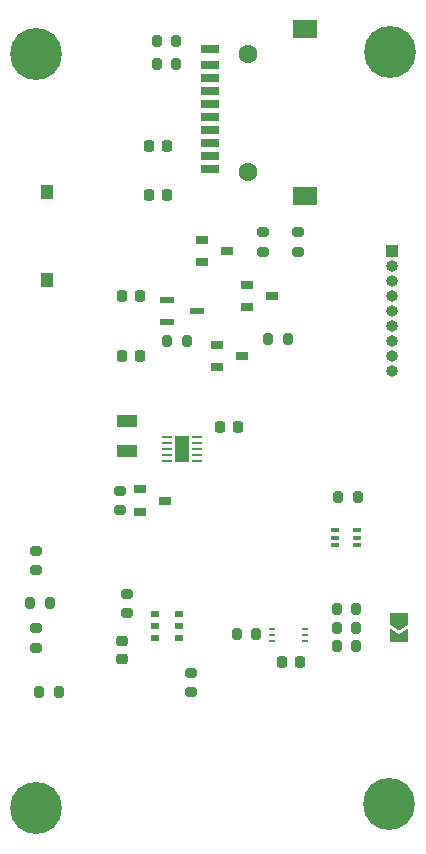
<source format=gbr>
%TF.GenerationSoftware,KiCad,Pcbnew,7.0.8-7.0.8~ubuntu20.04.1*%
%TF.CreationDate,2023-10-05T17:37:43+09:00*%
%TF.ProjectId,v0_2,76305f32-2e6b-4696-9361-645f70636258,rev?*%
%TF.SameCoordinates,Original*%
%TF.FileFunction,Soldermask,Top*%
%TF.FilePolarity,Negative*%
%FSLAX46Y46*%
G04 Gerber Fmt 4.6, Leading zero omitted, Abs format (unit mm)*
G04 Created by KiCad (PCBNEW 7.0.8-7.0.8~ubuntu20.04.1) date 2023-10-05 17:37:43*
%MOMM*%
%LPD*%
G01*
G04 APERTURE LIST*
G04 Aperture macros list*
%AMRoundRect*
0 Rectangle with rounded corners*
0 $1 Rounding radius*
0 $2 $3 $4 $5 $6 $7 $8 $9 X,Y pos of 4 corners*
0 Add a 4 corners polygon primitive as box body*
4,1,4,$2,$3,$4,$5,$6,$7,$8,$9,$2,$3,0*
0 Add four circle primitives for the rounded corners*
1,1,$1+$1,$2,$3*
1,1,$1+$1,$4,$5*
1,1,$1+$1,$6,$7*
1,1,$1+$1,$8,$9*
0 Add four rect primitives between the rounded corners*
20,1,$1+$1,$2,$3,$4,$5,0*
20,1,$1+$1,$4,$5,$6,$7,0*
20,1,$1+$1,$6,$7,$8,$9,0*
20,1,$1+$1,$8,$9,$2,$3,0*%
%AMFreePoly0*
4,1,6,1.000000,0.000000,0.500000,-0.750000,-0.500000,-0.750000,-0.500000,0.750000,0.500000,0.750000,1.000000,0.000000,1.000000,0.000000,$1*%
%AMFreePoly1*
4,1,6,0.500000,-0.750000,-0.650000,-0.750000,-0.150000,0.000000,-0.650000,0.750000,0.500000,0.750000,0.500000,-0.750000,0.500000,-0.750000,$1*%
G04 Aperture macros list end*
%ADD10C,2.600000*%
%ADD11C,4.400000*%
%ADD12C,1.600000*%
%ADD13R,1.500000X0.800000*%
%ADD14R,2.000000X1.500000*%
%ADD15RoundRect,0.218750X-0.218750X-0.256250X0.218750X-0.256250X0.218750X0.256250X-0.218750X0.256250X0*%
%ADD16R,1.800000X1.000000*%
%ADD17RoundRect,0.200000X-0.200000X-0.275000X0.200000X-0.275000X0.200000X0.275000X-0.200000X0.275000X0*%
%ADD18RoundRect,0.225000X-0.225000X-0.250000X0.225000X-0.250000X0.225000X0.250000X-0.225000X0.250000X0*%
%ADD19R,1.100000X0.650000*%
%ADD20R,1.200000X0.600000*%
%ADD21RoundRect,0.200000X0.275000X-0.200000X0.275000X0.200000X-0.275000X0.200000X-0.275000X-0.200000X0*%
%ADD22RoundRect,0.225000X-0.250000X0.225000X-0.250000X-0.225000X0.250000X-0.225000X0.250000X0.225000X0*%
%ADD23R,0.800000X0.500000*%
%ADD24RoundRect,0.225000X0.225000X0.250000X-0.225000X0.250000X-0.225000X-0.250000X0.225000X-0.250000X0*%
%ADD25RoundRect,0.200000X-0.275000X0.200000X-0.275000X-0.200000X0.275000X-0.200000X0.275000X0.200000X0*%
%ADD26FreePoly0,270.000000*%
%ADD27FreePoly1,270.000000*%
%ADD28R,1.000000X1.200000*%
%ADD29R,1.000000X1.000000*%
%ADD30O,1.000000X1.000000*%
%ADD31RoundRect,0.200000X0.200000X0.275000X-0.200000X0.275000X-0.200000X-0.275000X0.200000X-0.275000X0*%
%ADD32R,0.650000X0.400000*%
%ADD33RoundRect,0.062500X-0.337500X-0.062500X0.337500X-0.062500X0.337500X0.062500X-0.337500X0.062500X0*%
%ADD34R,1.300000X2.200000*%
%ADD35R,0.550000X0.250000*%
G04 APERTURE END LIST*
D10*
%TO.C,H4*%
X15000000Y-31600000D03*
D11*
X15000000Y-31600000D03*
%TD*%
D12*
%TO.C,J2*%
X3000000Y21950000D03*
X3000000Y31950000D03*
D13*
X-200000Y29900000D03*
X-200000Y28800000D03*
X-200000Y27700000D03*
X-200000Y26600000D03*
X-200000Y25500000D03*
X-200000Y24400000D03*
X-200000Y23300000D03*
X-200000Y22200000D03*
X-200000Y32350000D03*
X-200000Y31000000D03*
D14*
X7900000Y34050000D03*
X7900000Y19850000D03*
%TD*%
D15*
%TO.C,D2*%
X-5387500Y20000000D03*
X-3812500Y20000000D03*
%TD*%
D16*
%TO.C,Y1*%
X-7200000Y800000D03*
X-7200000Y-1700000D03*
%TD*%
D17*
%TO.C,R4*%
X-15400000Y-14600000D03*
X-13750000Y-14600000D03*
%TD*%
%TO.C,R16*%
X-3810000Y7620000D03*
X-2160000Y7620000D03*
%TD*%
D18*
%TO.C,C4*%
X625000Y300000D03*
X2175000Y300000D03*
%TD*%
D10*
%TO.C,H1*%
X-14900000Y31900000D03*
D11*
X-14900000Y31900000D03*
%TD*%
D17*
%TO.C,R13*%
X10550000Y-15100000D03*
X12200000Y-15100000D03*
%TD*%
%TO.C,R8*%
X10550000Y-16680000D03*
X12200000Y-16680000D03*
%TD*%
D19*
%TO.C,Q3*%
X-6100000Y-4940000D03*
X-6100000Y-6860000D03*
X-4000000Y-5900000D03*
%TD*%
D20*
%TO.C,IC3*%
X-3790000Y11110000D03*
X-3790000Y9210000D03*
X-1290000Y10160000D03*
%TD*%
D21*
%TO.C,R2*%
X-7800000Y-6700000D03*
X-7800000Y-5050000D03*
%TD*%
D19*
%TO.C,Q2*%
X2980000Y12390000D03*
X2980000Y10470000D03*
X5080000Y11430000D03*
%TD*%
D22*
%TO.C,C5*%
X-7620000Y-17780000D03*
X-7620000Y-19330000D03*
%TD*%
D23*
%TO.C,U1*%
X-4810000Y-15510000D03*
X-4810000Y-16510000D03*
X-4810000Y-17510000D03*
X-2810000Y-17510000D03*
X-2810000Y-16510000D03*
X-2810000Y-15510000D03*
%TD*%
D18*
%TO.C,C1*%
X-7620000Y11430000D03*
X-6070000Y11430000D03*
%TD*%
%TO.C,C3*%
X-7620000Y6350000D03*
X-6070000Y6350000D03*
%TD*%
D10*
%TO.C,H2*%
X15100000Y32100000D03*
D11*
X15100000Y32100000D03*
%TD*%
D24*
%TO.C,C6*%
X7450000Y-19600000D03*
X5900000Y-19600000D03*
%TD*%
D17*
%TO.C,R17*%
X-4700000Y31100000D03*
X-3050000Y31100000D03*
%TD*%
D25*
%TO.C,R18*%
X-1800000Y-20475000D03*
X-1800000Y-22125000D03*
%TD*%
D26*
%TO.C,JP1*%
X15800000Y-15900000D03*
D27*
X15800000Y-17350000D03*
%TD*%
D19*
%TO.C,Q4*%
X-830000Y16200000D03*
X-830000Y14280000D03*
X1270000Y15240000D03*
%TD*%
D15*
%TO.C,D1*%
X-5385000Y24130000D03*
X-3810000Y24130000D03*
%TD*%
D17*
%TO.C,R14*%
X10550000Y-18200000D03*
X12200000Y-18200000D03*
%TD*%
D10*
%TO.C,H3*%
X-14900000Y-31900000D03*
D11*
X-14900000Y-31900000D03*
%TD*%
D25*
%TO.C,R6*%
X-14900000Y-16700000D03*
X-14900000Y-18350000D03*
%TD*%
D28*
%TO.C,S2*%
X-13970000Y12810000D03*
X-13970000Y20210000D03*
%TD*%
D17*
%TO.C,R7*%
X-4700000Y33000000D03*
X-3050000Y33000000D03*
%TD*%
D21*
%TO.C,R9*%
X7300000Y15150000D03*
X7300000Y16800000D03*
%TD*%
%TO.C,R3*%
X-14900000Y-11800000D03*
X-14900000Y-10150000D03*
%TD*%
D29*
%TO.C,J3*%
X15240000Y15240000D03*
D30*
X15240000Y13970000D03*
X15240000Y12700000D03*
X15240000Y11430000D03*
X15240000Y10160000D03*
X15240000Y8890000D03*
X15240000Y7620000D03*
X15240000Y6350000D03*
X15240000Y5080000D03*
%TD*%
D17*
%TO.C,R1*%
X4750000Y7800000D03*
X6400000Y7800000D03*
%TD*%
D31*
%TO.C,R5*%
X-13000000Y-22100000D03*
X-14650000Y-22100000D03*
%TD*%
D17*
%TO.C,R20*%
X2075000Y-17200000D03*
X3725000Y-17200000D03*
%TD*%
D21*
%TO.C,R12*%
X-7200000Y-15425000D03*
X-7200000Y-13775000D03*
%TD*%
D32*
%TO.C,D3*%
X10400000Y-8400000D03*
X10400000Y-9050000D03*
X10400000Y-9700000D03*
X12300000Y-9700000D03*
X12300000Y-9050000D03*
X12300000Y-8400000D03*
%TD*%
D33*
%TO.C,U2*%
X-3820000Y-540000D03*
X-3820000Y-1040000D03*
X-3820000Y-1540000D03*
X-3820000Y-2040000D03*
X-3820000Y-2540000D03*
X-1270000Y-2540000D03*
X-1270000Y-2040000D03*
X-1270000Y-1540000D03*
X-1270000Y-1040000D03*
X-1270000Y-540000D03*
D34*
X-2545000Y-1540000D03*
%TD*%
D21*
%TO.C,R10*%
X4300000Y15175000D03*
X4300000Y16825000D03*
%TD*%
D35*
%TO.C,IC2*%
X5080000Y-16780000D03*
X5080000Y-17280000D03*
X5080000Y-17780000D03*
X7830000Y-17780000D03*
X7830000Y-17280000D03*
X7830000Y-16780000D03*
%TD*%
D17*
%TO.C,R15*%
X10675000Y-5600000D03*
X12325000Y-5600000D03*
%TD*%
D19*
%TO.C,Q1*%
X440000Y7310000D03*
X440000Y5390000D03*
X2540000Y6350000D03*
%TD*%
M02*

</source>
